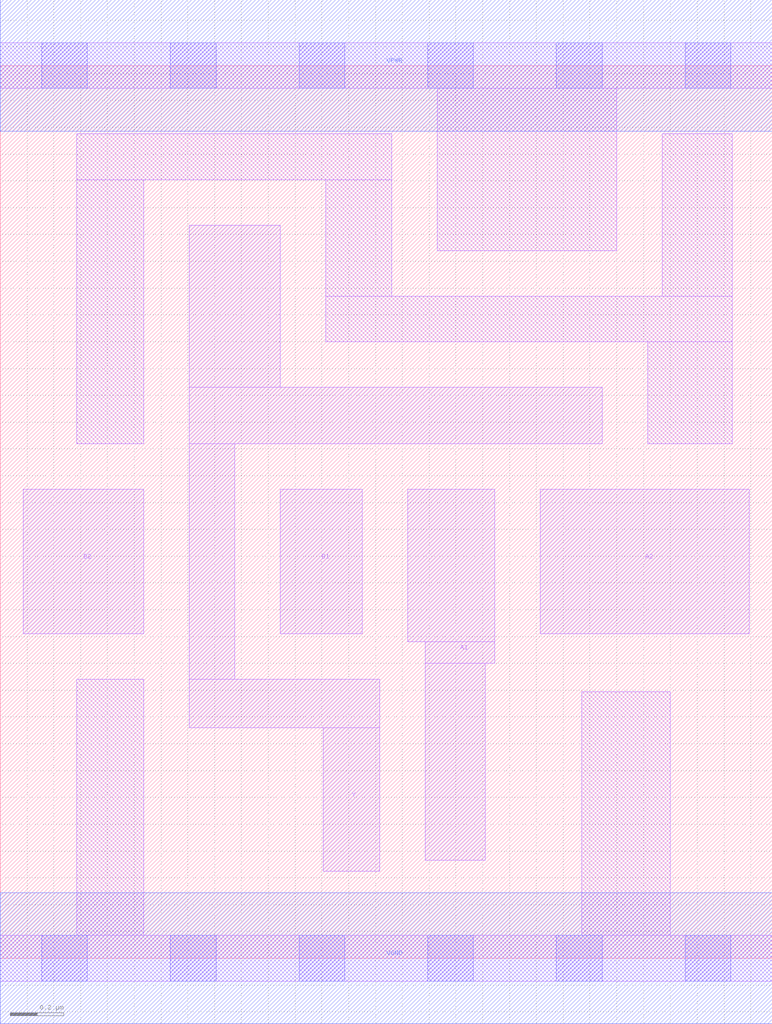
<source format=lef>
# Copyright 2020 The SkyWater PDK Authors
#
# Licensed under the Apache License, Version 2.0 (the "License");
# you may not use this file except in compliance with the License.
# You may obtain a copy of the License at
#
#     https://www.apache.org/licenses/LICENSE-2.0
#
# Unless required by applicable law or agreed to in writing, software
# distributed under the License is distributed on an "AS IS" BASIS,
# WITHOUT WARRANTIES OR CONDITIONS OF ANY KIND, either express or implied.
# See the License for the specific language governing permissions and
# limitations under the License.
#
# SPDX-License-Identifier: Apache-2.0

VERSION 5.7 ;
  NAMESCASESENSITIVE ON ;
  NOWIREEXTENSIONATPIN ON ;
  DIVIDERCHAR "/" ;
  BUSBITCHARS "[]" ;
UNITS
  DATABASE MICRONS 200 ;
END UNITS
MACRO sky130_fd_sc_lp__a22oi_1
  CLASS CORE ;
  FOREIGN sky130_fd_sc_lp__a22oi_1 ;
  ORIGIN  0.000000  0.000000 ;
  SIZE  2.880000 BY  3.330000 ;
  SYMMETRY X Y R90 ;
  SITE unit ;
  PIN A1
    ANTENNAGATEAREA  0.315000 ;
    DIRECTION INPUT ;
    USE SIGNAL ;
    PORT
      LAYER li1 ;
        RECT 1.520000 1.180000 1.845000 1.750000 ;
        RECT 1.585000 0.365000 1.810000 1.100000 ;
        RECT 1.585000 1.100000 1.845000 1.180000 ;
    END
  END A1
  PIN A2
    ANTENNAGATEAREA  0.315000 ;
    DIRECTION INPUT ;
    USE SIGNAL ;
    PORT
      LAYER li1 ;
        RECT 2.015000 1.210000 2.795000 1.750000 ;
    END
  END A2
  PIN B1
    ANTENNAGATEAREA  0.315000 ;
    DIRECTION INPUT ;
    USE SIGNAL ;
    PORT
      LAYER li1 ;
        RECT 1.045000 1.210000 1.350000 1.750000 ;
    END
  END B1
  PIN B2
    ANTENNAGATEAREA  0.315000 ;
    DIRECTION INPUT ;
    USE SIGNAL ;
    PORT
      LAYER li1 ;
        RECT 0.085000 1.210000 0.535000 1.750000 ;
    END
  END B2
  PIN Y
    ANTENNADIFFAREA  0.693000 ;
    DIRECTION OUTPUT ;
    USE SIGNAL ;
    PORT
      LAYER li1 ;
        RECT 0.705000 0.860000 1.415000 1.040000 ;
        RECT 0.705000 1.040000 0.875000 1.920000 ;
        RECT 0.705000 1.920000 2.245000 2.130000 ;
        RECT 0.705000 2.130000 1.045000 2.735000 ;
        RECT 1.205000 0.325000 1.415000 0.860000 ;
    END
  END Y
  PIN VGND
    DIRECTION INOUT ;
    USE GROUND ;
    PORT
      LAYER met1 ;
        RECT 0.000000 -0.245000 2.880000 0.245000 ;
    END
  END VGND
  PIN VPWR
    DIRECTION INOUT ;
    USE POWER ;
    PORT
      LAYER met1 ;
        RECT 0.000000 3.085000 2.880000 3.575000 ;
    END
  END VPWR
  OBS
    LAYER li1 ;
      RECT 0.000000 -0.085000 2.880000 0.085000 ;
      RECT 0.000000  3.245000 2.880000 3.415000 ;
      RECT 0.285000  0.085000 0.535000 1.040000 ;
      RECT 0.285000  1.920000 0.535000 2.905000 ;
      RECT 0.285000  2.905000 1.460000 3.075000 ;
      RECT 1.215000  2.300000 2.730000 2.470000 ;
      RECT 1.215000  2.470000 1.460000 2.905000 ;
      RECT 1.630000  2.640000 2.300000 3.245000 ;
      RECT 2.170000  0.085000 2.500000 0.995000 ;
      RECT 2.415000  1.920000 2.730000 2.300000 ;
      RECT 2.470000  2.470000 2.730000 3.075000 ;
    LAYER mcon ;
      RECT 0.155000 -0.085000 0.325000 0.085000 ;
      RECT 0.155000  3.245000 0.325000 3.415000 ;
      RECT 0.635000 -0.085000 0.805000 0.085000 ;
      RECT 0.635000  3.245000 0.805000 3.415000 ;
      RECT 1.115000 -0.085000 1.285000 0.085000 ;
      RECT 1.115000  3.245000 1.285000 3.415000 ;
      RECT 1.595000 -0.085000 1.765000 0.085000 ;
      RECT 1.595000  3.245000 1.765000 3.415000 ;
      RECT 2.075000 -0.085000 2.245000 0.085000 ;
      RECT 2.075000  3.245000 2.245000 3.415000 ;
      RECT 2.555000 -0.085000 2.725000 0.085000 ;
      RECT 2.555000  3.245000 2.725000 3.415000 ;
  END
END sky130_fd_sc_lp__a22oi_1
END LIBRARY

</source>
